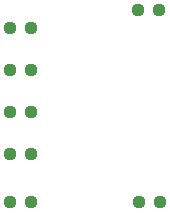
<source format=gbr>
%TF.GenerationSoftware,KiCad,Pcbnew,7.0.2*%
%TF.CreationDate,2023-05-26T20:55:18+09:00*%
%TF.ProjectId,Pmod_encoder,506d6f64-5f65-46e6-936f-6465722e6b69,rev?*%
%TF.SameCoordinates,Original*%
%TF.FileFunction,Paste,Top*%
%TF.FilePolarity,Positive*%
%FSLAX46Y46*%
G04 Gerber Fmt 4.6, Leading zero omitted, Abs format (unit mm)*
G04 Created by KiCad (PCBNEW 7.0.2) date 2023-05-26 20:55:18*
%MOMM*%
%LPD*%
G01*
G04 APERTURE LIST*
G04 Aperture macros list*
%AMRoundRect*
0 Rectangle with rounded corners*
0 $1 Rounding radius*
0 $2 $3 $4 $5 $6 $7 $8 $9 X,Y pos of 4 corners*
0 Add a 4 corners polygon primitive as box body*
4,1,4,$2,$3,$4,$5,$6,$7,$8,$9,$2,$3,0*
0 Add four circle primitives for the rounded corners*
1,1,$1+$1,$2,$3*
1,1,$1+$1,$4,$5*
1,1,$1+$1,$6,$7*
1,1,$1+$1,$8,$9*
0 Add four rect primitives between the rounded corners*
20,1,$1+$1,$2,$3,$4,$5,0*
20,1,$1+$1,$4,$5,$6,$7,0*
20,1,$1+$1,$6,$7,$8,$9,0*
20,1,$1+$1,$8,$9,$2,$3,0*%
G04 Aperture macros list end*
%ADD10RoundRect,0.237500X0.250000X0.237500X-0.250000X0.237500X-0.250000X-0.237500X0.250000X-0.237500X0*%
%ADD11RoundRect,0.237500X-0.250000X-0.237500X0.250000X-0.237500X0.250000X0.237500X-0.250000X0.237500X0*%
G04 APERTURE END LIST*
D10*
%TO.C,R1*%
X110386500Y-93726000D03*
X108561500Y-93726000D03*
%TD*%
D11*
%TO.C,R7*%
X119483500Y-101346000D03*
X121308500Y-101346000D03*
%TD*%
%TO.C,R4*%
X108561500Y-101346000D03*
X110386500Y-101346000D03*
%TD*%
D10*
%TO.C,R6*%
X110386500Y-97282000D03*
X108561500Y-97282000D03*
%TD*%
D11*
%TO.C,R3*%
X108561500Y-90170000D03*
X110386500Y-90170000D03*
%TD*%
%TO.C,R5*%
X119380000Y-85090000D03*
X121205000Y-85090000D03*
%TD*%
%TO.C,R2*%
X108561500Y-86614000D03*
X110386500Y-86614000D03*
%TD*%
M02*

</source>
